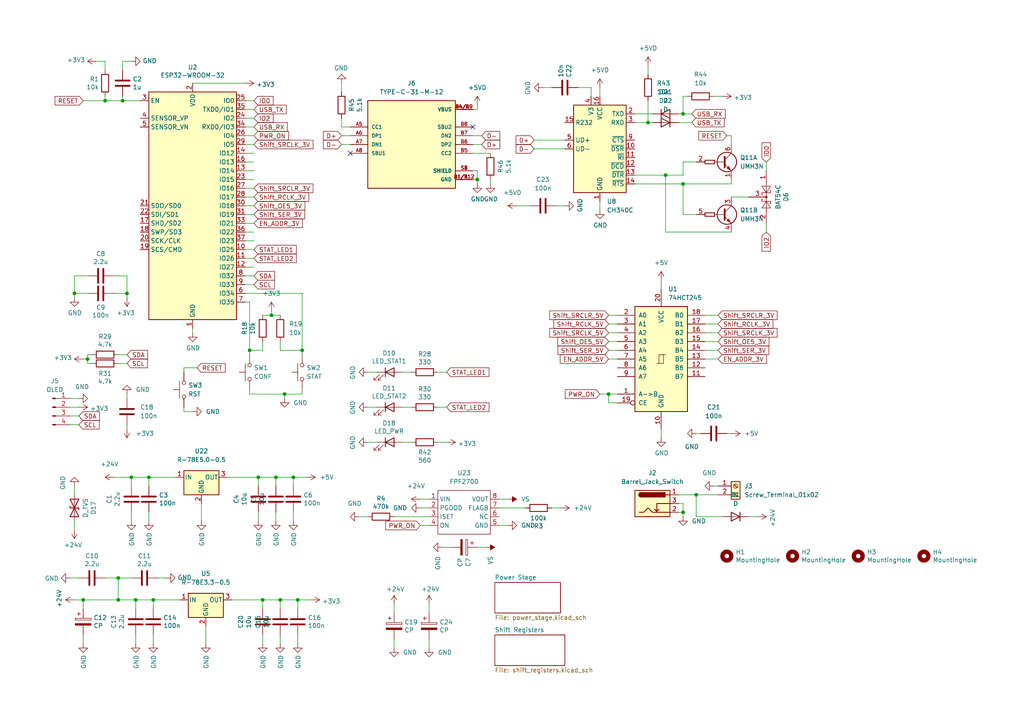
<source format=kicad_sch>
(kicad_sch (version 20211123) (generator eeschema)
  (paper "A4")
  (junction (at 187.96 35.56))
  (junction (at 24.13 173.99))
  (junction (at 34.29 167.64))
  (junction (at 36.83 85.09))
  (junction (at 72.39 101.6))
  (junction (at 198.12 148.59))
  (junction (at 78.74 91.44))
  (junction (at 30.48 29.21))
  (junction (at 43.18 138.43))
  (junction (at 193.04 50.8))
  (junction (at 74.93 138.43))
  (junction (at 39.37 173.99))
  (junction (at 81.28 173.99))
  (junction (at 176.53 114.3))
  (junction (at 198.12 53.34))
  (junction (at 76.2 173.99))
  (junction (at 35.56 29.21))
  (junction (at 87.63 101.6))
  (junction (at 34.29 173.99))
  (junction (at 138.43 52.07))
  (junction (at 44.45 173.99))
  (junction (at 80.01 138.43))
  (junction (at 21.59 85.09))
  (junction (at 86.36 173.99))
  (junction (at 82.55 114.3))
  (junction (at 198.12 33.02))
  (junction (at 85.09 138.43))
  (junction (at 38.1 138.43))
  (junction (at 25.4 104.14))
  (junction (at 201.93 143.51))
  (no_connect (at 101.6 44.45))
  (no_connect (at 137.16 36.83))
  (wire (pts (xy 53.34 119.38) (xy 55.88 119.38)))
  (wire (pts (xy 35.56 29.21) (xy 30.48 29.21)))
  (wire (pts (xy 101.6 36.83) (xy 99.06 36.83)))
  (wire (pts (xy 187.96 19.05) (xy 187.96 21.59)))
  (wire (pts (xy 138.43 31.75) (xy 138.43 30.48)))
  (wire (pts (xy 86.36 173.99) (xy 86.36 176.53)))
  (wire (pts (xy 71.12 57.15) (xy 73.66 57.15)))
  (wire (pts (xy 24.13 176.53) (xy 24.13 173.99)))
  (wire (pts (xy 198.12 27.94) (xy 199.39 27.94)))
  (wire (pts (xy 81.28 176.53) (xy 81.28 173.99)))
  (wire (pts (xy 198.12 146.05) (xy 198.12 148.59)))
  (wire (pts (xy 34.29 173.99) (xy 39.37 173.99)))
  (wire (pts (xy 86.36 173.99) (xy 90.17 173.99)))
  (wire (pts (xy 71.12 62.23) (xy 73.66 62.23)))
  (wire (pts (xy 26.67 105.41) (xy 25.4 105.41)))
  (wire (pts (xy 40.64 29.21) (xy 35.56 29.21)))
  (wire (pts (xy 71.12 59.69) (xy 73.66 59.69)))
  (wire (pts (xy 193.04 50.8) (xy 193.04 67.31)))
  (wire (pts (xy 85.09 138.43) (xy 85.09 140.97)))
  (wire (pts (xy 198.12 53.34) (xy 198.12 62.23)))
  (wire (pts (xy 191.77 81.28) (xy 191.77 83.82)))
  (wire (pts (xy 109.22 128.27) (xy 106.68 128.27)))
  (wire (pts (xy 48.26 167.64) (xy 45.72 167.64)))
  (wire (pts (xy 137.16 41.91) (xy 139.7 41.91)))
  (wire (pts (xy 71.12 24.13) (xy 55.88 24.13)))
  (wire (pts (xy 78.74 90.17) (xy 78.74 91.44)))
  (wire (pts (xy 209.55 149.86) (xy 201.93 149.86)))
  (wire (pts (xy 73.66 64.77) (xy 71.12 64.77)))
  (wire (pts (xy 35.56 20.32) (xy 35.56 17.78)))
  (wire (pts (xy 53.34 106.68) (xy 57.15 106.68)))
  (wire (pts (xy 187.96 29.21) (xy 187.96 35.56)))
  (wire (pts (xy 24.13 104.14) (xy 25.4 104.14)))
  (wire (pts (xy 116.84 107.95) (xy 119.38 107.95)))
  (wire (pts (xy 217.17 57.15) (xy 212.09 57.15)))
  (wire (pts (xy 99.06 39.37) (xy 101.6 39.37)))
  (wire (pts (xy 53.34 118.11) (xy 53.34 119.38)))
  (wire (pts (xy 38.1 138.43) (xy 43.18 138.43)))
  (wire (pts (xy 119.38 128.27) (xy 116.84 128.27)))
  (wire (pts (xy 76.2 186.69) (xy 76.2 184.15)))
  (wire (pts (xy 198.12 46.99) (xy 201.93 46.99)))
  (wire (pts (xy 30.48 167.64) (xy 34.29 167.64)))
  (wire (pts (xy 71.12 74.93) (xy 73.66 74.93)))
  (wire (pts (xy 99.06 34.29) (xy 99.06 36.83)))
  (wire (pts (xy 71.12 29.21) (xy 73.66 29.21)))
  (wire (pts (xy 142.24 52.07) (xy 142.24 53.34)))
  (wire (pts (xy 121.92 147.32) (xy 124.46 147.32)))
  (wire (pts (xy 71.12 34.29) (xy 73.66 34.29)))
  (wire (pts (xy 196.85 143.51) (xy 201.93 143.51)))
  (wire (pts (xy 196.85 33.02) (xy 198.12 33.02)))
  (wire (pts (xy 39.37 173.99) (xy 39.37 176.53)))
  (wire (pts (xy 140.97 158.75) (xy 138.43 158.75)))
  (wire (pts (xy 128.27 158.75) (xy 130.81 158.75)))
  (wire (pts (xy 196.85 148.59) (xy 198.12 148.59)))
  (wire (pts (xy 43.18 140.97) (xy 43.18 138.43)))
  (wire (pts (xy 34.29 167.64) (xy 34.29 173.99)))
  (wire (pts (xy 184.15 50.8) (xy 193.04 50.8)))
  (wire (pts (xy 124.46 177.8) (xy 124.46 175.26)))
  (wire (pts (xy 34.29 167.64) (xy 38.1 167.64)))
  (wire (pts (xy 179.07 91.44) (xy 176.53 91.44)))
  (wire (pts (xy 119.38 118.11) (xy 116.84 118.11)))
  (wire (pts (xy 201.93 143.51) (xy 208.28 143.51)))
  (wire (pts (xy 176.53 116.84) (xy 176.53 114.3)))
  (wire (pts (xy 86.36 186.69) (xy 86.36 184.15)))
  (wire (pts (xy 161.29 59.69) (xy 163.83 59.69)))
  (wire (pts (xy 85.09 151.13) (xy 85.09 148.59)))
  (wire (pts (xy 25.4 85.09) (xy 21.59 85.09)))
  (wire (pts (xy 85.09 138.43) (xy 88.9 138.43)))
  (wire (pts (xy 71.12 49.53) (xy 73.66 49.53)))
  (wire (pts (xy 129.54 107.95) (xy 127 107.95)))
  (wire (pts (xy 196.85 35.56) (xy 200.66 35.56)))
  (wire (pts (xy 20.32 167.64) (xy 22.86 167.64)))
  (wire (pts (xy 73.66 77.47) (xy 71.12 77.47)))
  (wire (pts (xy 198.12 33.02) (xy 200.66 33.02)))
  (wire (pts (xy 210.82 39.37) (xy 212.09 39.37)))
  (wire (pts (xy 55.88 96.52) (xy 55.88 95.25)))
  (wire (pts (xy 124.46 187.96) (xy 124.46 185.42)))
  (wire (pts (xy 71.12 69.85) (xy 73.66 69.85)))
  (wire (pts (xy 76.2 173.99) (xy 81.28 173.99)))
  (wire (pts (xy 212.09 53.34) (xy 212.09 52.07)))
  (wire (pts (xy 87.63 113.03) (xy 87.63 114.3)))
  (wire (pts (xy 160.02 147.32) (xy 162.56 147.32)))
  (wire (pts (xy 196.85 146.05) (xy 198.12 146.05)))
  (wire (pts (xy 20.32 123.19) (xy 22.86 123.19)))
  (wire (pts (xy 25.4 105.41) (xy 25.4 104.14)))
  (wire (pts (xy 30.48 29.21) (xy 24.13 29.21)))
  (wire (pts (xy 184.15 33.02) (xy 189.23 33.02)))
  (wire (pts (xy 109.22 118.11) (xy 106.68 118.11)))
  (wire (pts (xy 38.1 138.43) (xy 38.1 140.97)))
  (wire (pts (xy 34.29 102.87) (xy 36.83 102.87)))
  (wire (pts (xy 179.07 93.98) (xy 176.53 93.98)))
  (wire (pts (xy 21.59 80.01) (xy 25.4 80.01)))
  (wire (pts (xy 191.77 124.46) (xy 191.77 127)))
  (wire (pts (xy 36.83 123.19) (xy 36.83 124.46)))
  (wire (pts (xy 35.56 27.94) (xy 35.56 29.21)))
  (wire (pts (xy 76.2 173.99) (xy 76.2 176.53)))
  (wire (pts (xy 82.55 114.3) (xy 87.63 114.3)))
  (wire (pts (xy 21.59 86.36) (xy 21.59 85.09)))
  (wire (pts (xy 30.48 20.32) (xy 30.48 17.78)))
  (wire (pts (xy 114.3 149.86) (xy 124.46 149.86)))
  (wire (pts (xy 81.28 101.6) (xy 87.63 101.6)))
  (wire (pts (xy 72.39 87.63) (xy 71.12 87.63)))
  (wire (pts (xy 204.47 91.44) (xy 208.28 91.44)))
  (wire (pts (xy 171.45 25.4) (xy 167.64 25.4)))
  (wire (pts (xy 154.94 40.64) (xy 163.83 40.64)))
  (wire (pts (xy 176.53 114.3) (xy 179.07 114.3)))
  (wire (pts (xy 76.2 101.6) (xy 72.39 101.6)))
  (wire (pts (xy 204.47 96.52) (xy 208.28 96.52)))
  (wire (pts (xy 71.12 31.75) (xy 73.66 31.75)))
  (wire (pts (xy 173.99 25.4) (xy 173.99 27.94)))
  (wire (pts (xy 144.78 147.32) (xy 152.4 147.32)))
  (wire (pts (xy 198.12 148.59) (xy 198.12 149.86)))
  (wire (pts (xy 74.93 138.43) (xy 80.01 138.43)))
  (wire (pts (xy 66.04 138.43) (xy 74.93 138.43)))
  (wire (pts (xy 82.55 114.3) (xy 82.55 115.57)))
  (wire (pts (xy 72.39 101.6) (xy 72.39 87.63)))
  (wire (pts (xy 201.93 149.86) (xy 201.93 143.51)))
  (wire (pts (xy 25.4 102.87) (xy 26.67 102.87)))
  (wire (pts (xy 33.02 80.01) (xy 36.83 80.01)))
  (wire (pts (xy 171.45 27.94) (xy 171.45 25.4)))
  (wire (pts (xy 201.93 125.73) (xy 203.2 125.73)))
  (wire (pts (xy 106.68 107.95) (xy 109.22 107.95)))
  (wire (pts (xy 207.01 140.97) (xy 208.28 140.97)))
  (wire (pts (xy 33.02 85.09) (xy 36.83 85.09)))
  (wire (pts (xy 198.12 50.8) (xy 198.12 46.99)))
  (wire (pts (xy 71.12 54.61) (xy 73.66 54.61)))
  (wire (pts (xy 35.56 17.78) (xy 38.1 17.78)))
  (wire (pts (xy 137.16 39.37) (xy 139.7 39.37)))
  (wire (pts (xy 72.39 114.3) (xy 82.55 114.3)))
  (wire (pts (xy 76.2 91.44) (xy 78.74 91.44)))
  (wire (pts (xy 198.12 53.34) (xy 212.09 53.34)))
  (wire (pts (xy 138.43 52.07) (xy 138.43 49.53)))
  (wire (pts (xy 204.47 101.6) (xy 208.28 101.6)))
  (wire (pts (xy 87.63 101.6) (xy 87.63 102.87)))
  (wire (pts (xy 138.43 53.34) (xy 138.43 52.07)))
  (wire (pts (xy 21.59 151.13) (xy 21.59 153.67)))
  (wire (pts (xy 71.12 36.83) (xy 73.66 36.83)))
  (wire (pts (xy 34.29 105.41) (xy 36.83 105.41)))
  (wire (pts (xy 39.37 186.69) (xy 39.37 184.15)))
  (wire (pts (xy 80.01 140.97) (xy 80.01 138.43)))
  (wire (pts (xy 30.48 17.78) (xy 27.94 17.78)))
  (wire (pts (xy 138.43 49.53) (xy 137.16 49.53)))
  (wire (pts (xy 78.74 91.44) (xy 81.28 91.44)))
  (wire (pts (xy 204.47 104.14) (xy 208.28 104.14)))
  (wire (pts (xy 187.96 35.56) (xy 189.23 35.56)))
  (wire (pts (xy 104.14 149.86) (xy 106.68 149.86)))
  (wire (pts (xy 157.48 25.4) (xy 160.02 25.4)))
  (wire (pts (xy 114.3 187.96) (xy 114.3 185.42)))
  (wire (pts (xy 30.48 27.94) (xy 30.48 29.21)))
  (wire (pts (xy 74.93 151.13) (xy 74.93 148.59)))
  (wire (pts (xy 74.93 138.43) (xy 74.93 140.97)))
  (wire (pts (xy 21.59 140.97) (xy 21.59 143.51)))
  (wire (pts (xy 99.06 41.91) (xy 101.6 41.91)))
  (wire (pts (xy 207.01 27.94) (xy 209.55 27.94)))
  (wire (pts (xy 73.66 72.39) (xy 71.12 72.39)))
  (wire (pts (xy 44.45 186.69) (xy 44.45 184.15)))
  (wire (pts (xy 179.07 104.14) (xy 176.53 104.14)))
  (wire (pts (xy 137.16 31.75) (xy 138.43 31.75)))
  (wire (pts (xy 71.12 80.01) (xy 73.66 80.01)))
  (wire (pts (xy 222.25 64.77) (xy 222.25 67.31)))
  (wire (pts (xy 212.09 39.37) (xy 212.09 41.91)))
  (wire (pts (xy 25.4 104.14) (xy 25.4 102.87)))
  (wire (pts (xy 36.83 85.09) (xy 36.83 86.36)))
  (wire (pts (xy 33.02 138.43) (xy 38.1 138.43)))
  (wire (pts (xy 81.28 99.06) (xy 81.28 101.6)))
  (wire (pts (xy 36.83 114.3) (xy 36.83 115.57)))
  (wire (pts (xy 210.82 125.73) (xy 212.09 125.73)))
  (wire (pts (xy 154.94 43.18) (xy 163.83 43.18)))
  (wire (pts (xy 81.28 186.69) (xy 81.28 184.15)))
  (wire (pts (xy 144.78 152.4) (xy 147.32 152.4)))
  (wire (pts (xy 80.01 138.43) (xy 85.09 138.43)))
  (wire (pts (xy 73.66 46.99) (xy 71.12 46.99)))
  (wire (pts (xy 179.07 99.06) (xy 176.53 99.06)))
  (wire (pts (xy 71.12 85.09) (xy 87.63 85.09)))
  (wire (pts (xy 193.04 50.8) (xy 198.12 50.8)))
  (wire (pts (xy 173.99 58.42) (xy 173.99 60.96)))
  (wire (pts (xy 179.07 101.6) (xy 176.53 101.6)))
  (wire (pts (xy 21.59 173.99) (xy 24.13 173.99)))
  (wire (pts (xy 36.83 80.01) (xy 36.83 85.09)))
  (wire (pts (xy 129.54 128.27) (xy 127 128.27)))
  (wire (pts (xy 58.42 151.13) (xy 58.42 146.05)))
  (wire (pts (xy 72.39 102.87) (xy 72.39 101.6)))
  (wire (pts (xy 71.12 82.55) (xy 73.66 82.55)))
  (wire (pts (xy 24.13 173.99) (xy 34.29 173.99)))
  (wire (pts (xy 204.47 99.06) (xy 208.28 99.06)))
  (wire (pts (xy 99.06 24.13) (xy 99.06 26.67)))
  (wire (pts (xy 114.3 177.8) (xy 114.3 175.26)))
  (wire (pts (xy 67.31 173.99) (xy 76.2 173.99)))
  (wire (pts (xy 198.12 62.23) (xy 201.93 62.23)))
  (wire (pts (xy 59.69 186.69) (xy 59.69 181.61)))
  (wire (pts (xy 43.18 138.43) (xy 50.8 138.43)))
  (wire (pts (xy 173.99 114.3) (xy 176.53 114.3)))
  (wire (pts (xy 137.16 44.45) (xy 142.24 44.45)))
  (wire (pts (xy 179.07 96.52) (xy 176.53 96.52)))
  (wire (pts (xy 73.66 52.07) (xy 71.12 52.07)))
  (wire (pts (xy 121.92 144.78) (xy 124.46 144.78)))
  (wire (pts (xy 198.12 33.02) (xy 198.12 27.94)))
  (wire (pts (xy 184.15 53.34) (xy 198.12 53.34)))
  (wire (pts (xy 179.07 116.84) (xy 176.53 116.84)))
  (wire (pts (xy 222.25 49.53) (xy 222.25 46.99)))
  (wire (pts (xy 24.13 186.69) (xy 24.13 184.15)))
  (wire (pts (xy 76.2 99.06) (xy 76.2 101.6)))
  (wire (pts (xy 149.86 59.69) (xy 153.67 59.69)))
  (wire (pts (xy 44.45 173.99) (xy 52.07 173.99)))
  (wire (pts (xy 71.12 41.91) (xy 73.66 41.91)))
  (wire (pts (xy 21.59 85.09) (xy 21.59 80.01)))
  (wire (pts (xy 44.45 176.53) (xy 44.45 173.99)))
  (wire (pts (xy 80.01 151.13) (xy 80.01 148.59)))
  (wire (pts (xy 184.15 35.56) (xy 187.96 35.56)))
  (wire (pts (xy 20.32 115.57) (xy 22.86 115.57)))
  (wire (pts (xy 81.28 173.99) (xy 86.36 173.99)))
  (wire (pts (xy 193.04 67.31) (xy 212.09 67.31)))
  (wire (pts (xy 73.66 39.37) (xy 71.12 39.37)))
  (wire (pts (xy 20.32 120.65) (xy 22.86 120.65)))
  (wire (pts (xy 87.63 85.09) (xy 87.63 101.6)))
  (wire (pts (xy 39.37 173.99) (xy 44.45 173.99)))
  (wire (pts (xy 53.34 106.68) (xy 53.34 107.95)))
  (wire (pts (xy 71.12 67.31) (xy 73.66 67.31)))
  (wire (pts (xy 72.39 113.03) (xy 72.39 114.3)))
  (wire (pts (xy 137.16 52.07) (xy 138.43 52.07)))
  (wire (pts (xy 204.47 93.98) (xy 208.28 93.98)))
  (wire (pts (xy 38.1 151.13) (xy 38.1 148.59)))
  (wire (pts (xy 129.54 118.11) (xy 127 118.11)))
  (wire (pts (xy 43.18 151.13) (xy 43.18 148.59)))
  (wire (pts (xy 121.92 152.4) (xy 124.46 152.4)))
  (wire (pts (xy 73.66 44.45) (xy 71.12 44.45)))
  (wire (pts (xy 144.78 144.78) (xy 147.32 144.78)))
  (wire (pts (xy 20.32 118.11) (xy 22.86 118.11)))
  (wire (pts (xy 217.17 149.86) (xy 219.71 149.86)))
  (global_label "SDA" (shape input) (at 73.66 80.01 0) (property "Intersheet References" "${INTERSHEET_REFS}" (effects hide)))
  (global_label "D-" (shape input) (at 99.06 41.91 180) (property "Intersheet References" "${INTERSHEET_REFS}" (effects hide)))
  (global_label "EN_ADDR_3V" (shape input) (at 208.28 104.14 0) (property "Intersheet References" "${INTERSHEET_REFS}" (effects hide)))
  (global_label "D+" (shape input) (at 99.06 39.37 180) (property "Intersheet References" "${INTERSHEET_REFS}" (effects hide)))
  (global_label "Shift_RCLK_3V" (shape input) (at 208.28 93.98 0) (property "Intersheet References" "${INTERSHEET_REFS}" (effects hide)))
  (global_label "RESET" (shape input) (at 24.13 29.21 180) (property "Intersheet References" "${INTERSHEET_REFS}" (effects hide)))
  (global_label "EN_ADDR_3V" (shape input) (at 73.66 64.77 0) (property "Intersheet References" "${INTERSHEET_REFS}" (effects hide)))
  (global_label "STAT_LED1" (shape input) (at 73.66 72.39 0) (property "Intersheet References" "${INTERSHEET_REFS}" (effects hide)))
  (global_label "Shift_SER_3V" (shape input) (at 208.28 101.6 0) (property "Intersheet References" "${INTERSHEET_REFS}" (effects hide)))
  (global_label "IO0" (shape input) (at 73.66 29.21 0) (property "Intersheet References" "${INTERSHEET_REFS}" (effects hide)))
  (global_label "USB_TX" (shape input) (at 73.66 31.75 0) (property "Intersheet References" "${INTERSHEET_REFS}" (effects hide)))
  (global_label "USB_RX" (shape input) (at 73.66 36.83 0) (property "Intersheet References" "${INTERSHEET_REFS}" (effects hide)))
  (global_label "Shift_SER_3V" (shape input) (at 73.66 62.23 0) (property "Intersheet References" "${INTERSHEET_REFS}" (effects hide)))
  (global_label "SCL" (shape input) (at 36.83 105.41 0) (property "Intersheet References" "${INTERSHEET_REFS}" (effects hide)))
  (global_label "D+" (shape input) (at 154.94 40.64 180) (property "Intersheet References" "${INTERSHEET_REFS}" (effects hide)))
  (global_label "Shift_SRCLR_5V" (shape input) (at 176.53 91.44 180) (property "Intersheet References" "${INTERSHEET_REFS}" (effects hide)))
  (global_label "IO2" (shape input) (at 222.25 67.31 270) (property "Intersheet References" "${INTERSHEET_REFS}" (effects hide)))
  (global_label "SCL" (shape input) (at 22.86 123.19 0) (property "Intersheet References" "${INTERSHEET_REFS}" (effects hide)))
  (global_label "Shift_SER_5V" (shape input) (at 176.53 101.6 180) (property "Intersheet References" "${INTERSHEET_REFS}" (effects hide)))
  (global_label "D+" (shape input) (at 139.7 41.91 0) (property "Intersheet References" "${INTERSHEET_REFS}" (effects hide)))
  (global_label "USB_RX" (shape input) (at 200.66 33.02 0) (property "Intersheet References" "${INTERSHEET_REFS}" (effects hide)))
  (global_label "STAT_LED1" (shape input) (at 129.54 107.95 0) (property "Intersheet References" "${INTERSHEET_REFS}" (effects hide)))
  (global_label "STAT_LED2" (shape input) (at 73.66 74.93 0) (property "Intersheet References" "${INTERSHEET_REFS}" (effects hide)))
  (global_label "PWR_ON" (shape input) (at 173.99 114.3 180) (property "Intersheet References" "${INTERSHEET_REFS}" (effects hide)))
  (global_label "Shift_OE5_5V" (shape input) (at 176.53 99.06 180) (property "Intersheet References" "${INTERSHEET_REFS}" (effects hide)))
  (global_label "IO0" (shape input) (at 222.25 46.99 90) (property "Intersheet References" "${INTERSHEET_REFS}" (effects hide)))
  (global_label "Shift_OE5_3V" (shape input) (at 208.28 99.06 0) (property "Intersheet References" "${INTERSHEET_REFS}" (effects hide)))
  (global_label "Shift_SRCLK_3V" (shape input) (at 73.66 41.91 0) (property "Intersheet References" "${INTERSHEET_REFS}" (effects hide)))
  (global_label "RESET" (shape input) (at 57.15 106.68 0) (property "Intersheet References" "${INTERSHEET_REFS}" (effects hide)))
  (global_label "Shift_RCLK_3V" (shape input) (at 73.66 57.15 0) (property "Intersheet References" "${INTERSHEET_REFS}" (effects hide)))
  (global_label "D-" (shape input) (at 154.94 43.18 180) (property "Intersheet References" "${INTERSHEET_REFS}" (effects hide)))
  (global_label "STAT_LED2" (shape input) (at 129.54 118.11 0) (property "Intersheet References" "${INTERSHEET_REFS}" (effects hide)))
  (global_label "SDA" (shape input) (at 22.86 120.65 0) (property "Intersheet References" "${INTERSHEET_REFS}" (effects hide)))
  (global_label "SDA" (shape input) (at 36.83 102.87 0) (property "Intersheet References" "${INTERSHEET_REFS}" (effects hide)))
  (global_label "SCL" (shape input) (at 73.66 82.55 0) (property "Intersheet References" "${INTERSHEET_REFS}" (effects hide)))
  (global_label "PWR_ON" (shape input) (at 121.92 152.4 180) (property "Intersheet References" "${INTERSHEET_REFS}" (effects hide)))
  (global_label "Shift_SRCLR_3V" (shape input) (at 208.28 91.44 0) (property "Intersheet References" "${INTERSHEET_REFS}" (effects hide)))
  (global_label "Shift_OE5_3V" (shape input) (at 73.66 59.69 0) (property "Intersheet References" "${INTERSHEET_REFS}" (effects hide)))
  (global_label "Shift_SRCLK_5V" (shape input) (at 176.53 96.52 180) (property "Intersheet References" "${INTERSHEET_REFS}" (effects hide)))
  (global_label "Shift_RCLK_5V" (shape input) (at 176.53 93.98 180) (property "Intersheet References" "${INTERSHEET_REFS}" (effects hide)))
  (global_label "PWR_ON" (shape input) (at 73.66 39.37 0) (property "Intersheet References" "${INTERSHEET_REFS}" (effects hide)))
  (global_label "EN_ADDR_5V" (shape input) (at 176.53 104.14 180) (property "Intersheet References" "${INTERSHEET_REFS}" (effects hide)))
  (global_label "D-" (shape input) (at 139.7 39.37 0) (property "Intersheet References" "${INTERSHEET_REFS}" (effects hide)))
  (global_label "Shift_SRCLK_3V" (shape input) (at 208.28 96.52 0) (property "Intersheet References" "${INTERSHEET_REFS}" (effects hide)))
  (global_label "IO2" (shape input) (at 73.66 34.29 0) (property "Intersheet References" "${INTERSHEET_REFS}" (effects hide)))
  (global_label "USB_TX" (shape input) (at 200.66 35.56 0) (property "Intersheet References" "${INTERSHEET_REFS}" (effects hide)))
  (global_label "RESET" (shape input) (at 210.82 39.37 180) (property "Intersheet References" "${INTERSHEET_REFS}" (effects hide)))
  (global_label "Shift_SRCLR_3V" (shape input) (at 73.66 54.61 0) (property "Intersheet References" "${INTERSHEET_REFS}" (effects hide)))
  (symbol (lib_id "rs232-microsd-wifi-v1.01-rescue:+3.3V-power") (at 71.12 24.13 270) (unit 1)
    (property "Reference" "#PWR05" (effects hide))
    (property "Value" "+3.3V" (at 74.3712 24.511 90) (effects (justify left)))
  )
  (symbol (lib_id "power:GND") (at 55.88 96.52 0) (unit 1)
    (property "Reference" "#PWR034" (effects hide))
    (property "Value" "GND" (at 56.007 100.9142 0))
  )
  (symbol (lib_id "Device:C") (at 29.21 80.01 270) (unit 1)
    (property "Reference" "C8" (at 29.21 73.6092 90))
    (property "Value" "2.2u" (at 29.21 75.9206 90))
    (property "Footprint" "Capacitor_SMD:C_0603_1608Metric" (effects hide))
    (property "LCSC" "C23630" (effects hide))
  )
  (symbol (lib_id "Device:C") (at 29.21 85.09 270) (unit 1)
    (property "Reference" "C9" (at 29.21 89.154 90))
    (property "Value" "100n" (at 29.21 91.4654 90))
    (property "Footprint" "Capacitor_SMD:C_0603_1608Metric" (effects hide))
    (property "LCSC" "C14663" (effects hide))
  )
  (symbol (lib_id "power:GND") (at 21.59 86.36 0) (unit 1)
    (property "Reference" "#PWR023" (effects hide))
    (property "Value" "GND" (at 21.717 90.7542 0))
  )
  (symbol (lib_id "rs232-microsd-wifi-v1.01-rescue:+3.3V-power") (at 36.83 86.36 180) (unit 1)
    (property "Reference" "#PWR024" (effects hide))
    (property "Value" "+3.3V" (at 36.449 90.7542 0))
  )
  (symbol (lib_id "Device:R") (at 30.48 24.13 0) (unit 1)
    (property "Reference" "R1" (at 28.702 22.9616 0) (effects (justify right)))
    (property "Value" "10k" (at 28.702 25.273 0) (effects (justify right)))
    (property "Footprint" "Resistor_SMD:R_0603_1608Metric" (effects hide))
    (property "LCSC" "C25804" (effects hide))
  )
  (symbol (lib_id "Device:C") (at 35.56 24.13 180) (unit 1)
    (property "Reference" "C2" (at 38.481 22.9616 0) (effects (justify right)))
    (property "Value" "1u" (at 38.481 25.273 0) (effects (justify right)))
    (property "Footprint" "Capacitor_SMD:C_0603_1608Metric" (effects hide))
    (property "LCSC" "C15849" (effects hide))
  )
  (symbol (lib_id "rs232-microsd-wifi-v1.01-rescue:+3.3V-power") (at 27.94 17.78 90) (unit 1)
    (property "Reference" "#PWR01" (effects hide))
    (property "Value" "+3.3V" (at 24.6888 17.399 90) (effects (justify left)))
  )
  (symbol (lib_id "power:GND") (at 38.1 17.78 90) (unit 1)
    (property "Reference" "#PWR02" (effects hide))
    (property "Value" "GND" (at 41.3512 17.653 90) (effects (justify right)))
  )
  (symbol (lib_id "RF_Module:ESP32-WROOM-32") (at 55.88 59.69 0) (unit 1)
    (property "Reference" "U2" (at 55.88 19.5326 0))
    (property "Value" "ESP32-WROOM-32" (at 55.88 21.844 0))
    (property "Footprint" "RF_Module:ESP32-WROOM-32U" (effects hide))
    (property "Datasheet" "https://www.espressif.com/sites/default/files/documentation/esp32-wroom-32_datasheet_en.pdf" (effects hide))
    (property "LCSC" "C529579" (effects hide))
  )
  (symbol (lib_id "Diode:BAT54C") (at 222.25 57.15 270) (unit 1)
    (property "Reference" "D6" (at 227.965 57.15 0))
    (property "Value" "BAT54C" (at 225.6536 57.15 0))
    (property "Footprint" "Package_TO_SOT_SMD:SOT-23" (effects hide))
    (property "Datasheet" "http://www.diodes.com/_files/datasheets/ds11005.pdf" (effects hide))
    (property "LCSC" "C37704" (effects hide))
  )
  (symbol (lib_id "Device:R") (at 30.48 102.87 270) (unit 1)
    (property "Reference" "R29" (at 30.48 97.6122 90))
    (property "Value" "4.7k" (at 30.48 99.9236 90))
    (property "Footprint" "Resistor_SMD:R_0603_1608Metric" (effects hide))
    (property "LCSC" "C23162" (effects hide))
  )
  (symbol (lib_id "Device:R") (at 30.48 105.41 90) (unit 1)
    (property "Reference" "R31" (at 30.48 108.331 90))
    (property "Value" "4.7k" (at 30.48 110.6424 90))
    (property "Footprint" "Resistor_SMD:R_0603_1608Metric" (effects hide))
    (property "LCSC" "C23162" (effects hide))
  )
  (symbol (lib_id "rs232-microsd-wifi-v1.01-rescue:+3.3V-power") (at 24.13 104.14 90) (unit 1)
    (property "Reference" "#PWR049" (effects hide))
    (property "Value" "+3.3V" (at 20.8788 103.759 90) (effects (justify left)))
  )
  (symbol (lib_id "Device:C") (at 39.37 180.34 0) (unit 1)
    (property "Reference" "C13" (at 32.9692 180.34 90))
    (property "Value" "2.2u" (at 35.2806 180.34 90))
    (property "Footprint" "Capacitor_SMD:C_0805_2012Metric" (effects hide))
    (property "LCSC" "C49217" (effects hide))
  )
  (symbol (lib_id "Device:C") (at 44.45 180.34 0) (unit 1)
    (property "Reference" "C14" (at 47.371 179.1716 0) (effects (justify left)))
    (property "Value" "100n" (at 47.371 181.483 0) (effects (justify left)))
    (property "Footprint" "Capacitor_SMD:C_0805_2012Metric" (effects hide))
    (property "LCSC" "C49678" (effects hide))
  )
  (symbol (lib_id "Device:C") (at 81.28 180.34 0) (unit 1)
    (property "Reference" "C15" (at 74.8792 180.34 90))
    (property "Value" "10u" (at 77.1906 180.34 90))
    (property "Footprint" "Capacitor_SMD:C_0805_2012Metric" (effects hide))
    (property "LCSC" "C440198" (effects hide))
  )
  (symbol (lib_id "Device:C") (at 86.36 180.34 0) (unit 1)
    (property "Reference" "C16" (at 89.281 179.1716 0) (effects (justify left)))
    (property "Value" "100n" (at 89.281 181.483 0) (effects (justify left)))
    (property "Footprint" "Capacitor_SMD:C_0603_1608Metric" (effects hide))
    (property "LCSC" "C14663" (effects hide))
  )
  (symbol (lib_id "power:GND") (at 39.37 186.69 0) (unit 1)
    (property "Reference" "#PWR074" (effects hide))
    (property "Value" "GND" (at 39.497 189.9412 90) (effects (justify right)))
  )
  (symbol (lib_id "power:GND") (at 44.45 186.69 0) (unit 1)
    (property "Reference" "#PWR075" (effects hide))
    (property "Value" "GND" (at 44.577 189.9412 90) (effects (justify right)))
  )
  (symbol (lib_id "power:GND") (at 59.69 186.69 0) (unit 1)
    (property "Reference" "#PWR076" (effects hide))
    (property "Value" "GND" (at 59.817 189.9412 90) (effects (justify right)))
  )
  (symbol (lib_id "power:GND") (at 81.28 186.69 0) (unit 1)
    (property "Reference" "#PWR077" (effects hide))
    (property "Value" "GND" (at 81.407 189.9412 90) (effects (justify right)))
  )
  (symbol (lib_id "power:GND") (at 86.36 186.69 0) (unit 1)
    (property "Reference" "#PWR078" (effects hide))
    (property "Value" "GND" (at 86.487 189.9412 90) (effects (justify right)))
  )
  (symbol (lib_id "rs232-microsd-wifi-v1.01-rescue:+3.3V-power") (at 90.17 173.99 270) (unit 1)
    (property "Reference" "#PWR069" (effects hide))
    (property "Value" "+3.3V" (at 93.4212 174.371 90) (effects (justify left)))
  )
  (symbol (lib_id "Mechanical:MountingHole") (at 210.82 161.29 0) (unit 1)
    (property "Reference" "H1" (at 213.36 160.1216 0) (effects (justify left)))
    (property "Value" "MountingHole" (at 213.36 162.433 0) (effects (justify left)))
    (property "Footprint" "MountingHole:MountingHole_2.7mm_M2.5" (effects hide))
  )
  (symbol (lib_id "power:GND") (at 106.68 128.27 270) (unit 1)
    (property "Reference" "#PWR061" (effects hide))
    (property "Value" "GND" (at 102.2858 128.397 0))
  )
  (symbol (lib_id "Device:R") (at 123.19 128.27 90) (unit 1)
    (property "Reference" "R42" (at 123.19 131.191 90))
    (property "Value" "560" (at 123.19 133.5024 90))
    (property "Footprint" "Resistor_SMD:R_0603_1608Metric" (effects hide))
    (property "LCSC" "C23204" (effects hide))
  )
  (symbol (lib_id "Mechanical:MountingHole") (at 267.97 161.29 0) (unit 1)
    (property "Reference" "H4" (at 270.51 160.1216 0) (effects (justify left)))
    (property "Value" "MountingHole" (at 270.51 162.433 0) (effects (justify left)))
    (property "Footprint" "MountingHole:MountingHole_2.7mm_M2.5" (effects hide))
  )
  (symbol (lib_id "Mechanical:MountingHole") (at 248.92 161.29 0) (unit 1)
    (property "Reference" "H3" (at 251.46 160.1216 0) (effects (justify left)))
    (property "Value" "MountingHole" (at 251.46 162.433 0) (effects (justify left)))
    (property "Footprint" "MountingHole:MountingHole_2.7mm_M2.5" (effects hide))
  )
  (symbol (lib_id "Mechanical:MountingHole") (at 229.87 161.29 0) (unit 1)
    (property "Reference" "H2" (at 232.41 160.1216 0) (effects (justify left)))
    (property "Value" "MountingHole" (at 232.41 162.433 0) (effects (justify left)))
    (property "Footprint" "MountingHole:MountingHole_2.7mm_M2.5" (effects hide))
  )
  (symbol (lib_id "power:+24V") (at 21.59 173.99 90) (unit 1)
    (property "Reference" "#PWR068" (effects hide))
    (property "Value" "+24V" (at 17.1958 173.609 0))
  )
  (symbol (lib_id "rs232-microsd-wifi-v1.01-rescue:CP-Device") (at 24.13 180.34 0) (unit 1)
    (property "Reference" "C12" (at 27.1272 179.1716 0) (effects (justify left)))
    (property "Value" "CP" (at 27.1272 181.483 0) (effects (justify left)))
    (property "Footprint" "Capacitor_SMD:C_Elec_6.3x7.7" (effects hide))
    (property "LCSC" "C176683" (effects hide))
  )
  (symbol (lib_id "power:GND") (at 24.13 186.69 0) (unit 1)
    (property "Reference" "#PWR073" (effects hide))
    (property "Value" "GND" (at 24.257 189.9412 90) (effects (justify right)))
  )
  (symbol (lib_id "Device:D_TVS") (at 21.59 147.32 270) (unit 1)
    (property "Reference" "D17" (at 27.1018 147.32 0))
    (property "Value" "D_TVS" (at 24.7904 147.32 0))
    (property "Footprint" "Diode_SMD:D_SMA" (effects hide))
    (property "LCSC" "C152118" (effects hide))
  )
  (symbol (lib_id "power:+24V") (at 21.59 153.67 180) (unit 1)
    (property "Reference" "#PWR060" (effects hide))
    (property "Value" "+24V" (at 21.209 158.0642 0))
  )
  (symbol (lib_id "power:GND") (at 21.59 140.97 180) (unit 1)
    (property "Reference" "#PWR059" (effects hide))
    (property "Value" "GND" (at 18.2118 140.0302 90))
  )
  (symbol (lib_id "Device:LED") (at 113.03 128.27 0) (unit 1)
    (property "Reference" "D18" (at 112.8522 122.7582 0))
    (property "Value" "LED_PWR" (at 112.8522 125.0696 0))
    (property "Footprint" "LED_SMD:LED_0603_1608Metric" (effects hide))
    (property "LCSC" "C2286" (effects hide))
  )
  (symbol (lib_id "Device:C") (at 26.67 167.64 270) (unit 1)
    (property "Reference" "C10" (at 26.67 161.2392 90))
    (property "Value" "2.2u" (at 26.67 163.5506 90))
    (property "Footprint" "Capacitor_SMD:C_0805_2012Metric" (effects hide))
    (property "LCSC" "C49217" (effects hide))
  )
  (symbol (lib_id "power:GND") (at 20.32 167.64 270) (unit 1)
    (property "Reference" "#PWR063" (effects hide))
    (property "Value" "GND" (at 17.0688 167.767 90) (effects (justify right)))
  )
  (symbol (lib_id "Device:C") (at 41.91 167.64 90) (unit 1)
    (property "Reference" "C11" (at 41.91 161.2392 90))
    (property "Value" "2.2u" (at 41.91 163.5506 90))
    (property "Footprint" "Capacitor_SMD:C_0805_2012Metric" (effects hide))
    (property "LCSC" "C49217" (effects hide))
  )
  (symbol (lib_id "power:GND") (at 48.26 167.64 90) (unit 1)
    (property "Reference" "#PWR064" (effects hide))
    (property "Value" "GND" (at 51.5112 167.513 90) (effects (justify right)))
  )
  (symbol (lib_id "power:GND") (at 207.01 140.97 270) (unit 1)
    (property "Reference" "#PWR0126" (effects hide))
    (property "Value" "GND" (at 205.74 137.16 90))
  )
  (symbol (lib_id "power:GND") (at 128.27 158.75 270) (unit 1)
    (property "Reference" "#PWR0105" (effects hide))
    (property "Value" "GND" (at 127.0001 161.29 0) (effects (justify left)))
  )
  (symbol (lib_id "power:+5VD") (at 138.43 30.48 0) (unit 1)
    (property "Reference" "#PWR06" (effects hide))
    (property "Value" "+5VD" (at 138.43 25.4 0))
  )
  (symbol (lib_id "power:VS") (at 147.32 144.78 270) (unit 1)
    (property "Reference" "#PWR065" (effects hide))
    (property "Value" "VS" (at 151.13 144.7799 90) (effects (justify left)))
  )
  (symbol (lib_id "power:+24V") (at 219.71 149.86 270) (unit 1)
    (property "Reference" "#PWR070" (effects hide))
    (property "Value" "+24V" (at 224.1042 150.241 0))
  )
  (symbol (lib_id "Device:R") (at 142.24 48.26 180) (unit 1)
    (property "Reference" "R46" (at 145.161 48.26 90))
    (property "Value" "5.1k" (at 147.4724 48.26 90))
    (property "Footprint" "Resistor_SMD:R_0603_1608Metric" (effects hide))
    (property "LCSC" "C23186" (effects hide))
  )
  (symbol (lib_id "Device:C") (at 163.83 25.4 270) (unit 1)
    (property "Reference" "C22" (at 164.9984 22.479 0) (effects (justify right)))
    (property "Value" "10n" (at 162.687 22.479 0) (effects (justify right)))
    (property "Footprint" "Capacitor_SMD:C_0603_1608Metric" (effects hide))
    (property "LCSC" "C57112" (effects hide))
  )
  (symbol (lib_id "power:+5V") (at 191.77 81.28 0) (unit 1)
    (property "Reference" "#PWR08" (effects hide))
    (property "Value" "+5V" (at 191.77 76.2 0))
  )
  (symbol (lib_id "Device:C") (at 80.01 144.78 0) (unit 1)
    (property "Reference" "C5" (at 73.6092 144.78 90))
    (property "Value" "10u" (at 75.9206 144.78 90))
    (property "Footprint" "Capacitor_SMD:C_0805_2012Metric" (effects hide))
    (property "LCSC" "C440198" (effects hide))
  )
  (symbol (lib_id "power:GND") (at 201.93 125.73 270) (unit 1)
    (property "Reference" "#PWR067" (effects hide))
    (property "Value" "GND" (at 200.66 129.54 90))
  )
  (symbol (lib_id "power:+5VD") (at 187.96 19.05 0) (unit 1)
    (property "Reference" "#PWR03" (effects hide))
    (property "Value" "+5VD" (at 187.96 13.97 0))
  )
  (symbol (lib_id "Device:C") (at 157.48 59.69 270) (unit 1)
    (property "Reference" "C23" (at 157.48 52.07 90))
    (property "Value" "100n" (at 157.48 54.61 90))
    (property "Footprint" "Capacitor_SMD:C_0603_1608Metric" (effects hide))
    (property "LCSC" "C14663" (effects hide))
  )
  (symbol (lib_id "power:GND") (at 138.43 53.34 0) (unit 1)
    (property "Reference" "#PWR097" (effects hide))
    (property "Value" "GND" (at 138.557 57.7342 0))
  )
  (symbol (lib_id "rs232-microsd-wifi-v1.01-rescue:+3.3V-power") (at 22.86 118.11 270) (unit 1)
    (property "Reference" "#PWR0102" (effects hide))
    (property "Value" "+3.3V" (at 26.1112 118.491 90) (effects (justify left)))
  )
  (symbol (lib_id "Device:C") (at 74.93 144.78 0) (unit 1)
    (property "Reference" "C4" (at 68.5292 144.78 90))
    (property "Value" "10u" (at 70.8406 144.78 90))
    (property "Footprint" "Capacitor_SMD:C_0805_2012Metric" (effects hide))
    (property "LCSC" "C440198" (effects hide))
  )
  (symbol (lib_id "power:GND") (at 124.46 187.96 0) (unit 1)
    (property "Reference" "#PWR0110" (effects hide))
    (property "Value" "GND" (at 127 189.2299 0) (effects (justify left)))
  )
  (symbol (lib_id "Device:R") (at 76.2 95.25 0) (unit 1)
    (property "Reference" "R18" (at 70.9422 95.25 90))
    (property "Value" "10k" (at 73.2536 95.25 90))
    (property "Footprint" "Resistor_SMD:R_0603_1608Metric" (effects hide))
    (property "LCSC" "C25804" (effects hide))
  )
  (symbol (lib_id "power:+24V") (at 114.3 175.26 0) (unit 1)
    (property "Reference" "#PWR0107" (effects hide))
    (property "Value" "+24V" (at 114.681 170.8658 0))
  )
  (symbol (lib_id "power:+5V") (at 88.9 138.43 270) (unit 1)
    (property "Reference" "#PWR057" (effects hide))
    (property "Value" "+5V" (at 92.71 138.4299 90) (effects (justify left)))
  )
  (symbol (lib_id "Device:C") (at 38.1 144.78 0) (unit 1)
    (property "Reference" "C1" (at 31.6992 144.78 90))
    (property "Value" "2.2u" (at 34.0106 144.78 90))
    (property "Footprint" "Capacitor_SMD:C_0805_2012Metric" (effects hide))
    (property "LCSC" "C49217" (effects hide))
  )
  (symbol (lib_id "power:GND") (at 22.86 115.57 90) (unit 1)
    (property "Reference" "#PWR0103" (effects hide))
    (property "Value" "GND" (at 23.7998 112.1918 90))
  )
  (symbol (lib_id "power:GND") (at 191.77 127 0) (unit 1)
    (property "Reference" "#PWR09" (effects hide))
    (property "Value" "GND" (at 191.897 131.3942 0))
  )
  (symbol (lib_id "power:GND") (at 106.68 107.95 270) (unit 1)
    (property "Reference" "#PWR045" (effects hide))
    (property "Value" "GND" (at 102.2858 108.077 0))
  )
  (symbol (lib_id "power:VS") (at 140.97 158.75 270) (unit 1)
    (property "Reference" "#PWR0106" (effects hide))
    (property "Value" "VS" (at 142.2401 161.29 0) (effects (justify left)))
  )
  (symbol (lib_id "power:GND") (at 114.3 187.96 0) (unit 1)
    (property "Reference" "#PWR0109" (effects hide))
    (property "Value" "GND" (at 116.84 189.2299 0) (effects (justify left)))
  )
  (symbol (lib_id "Connector:Conn_01x04_Male") (at 15.24 118.11 0) (unit 1)
    (property "Reference" "J5" (at 15.875 110.49 0))
    (property "Value" "OLED" (at 15.875 113.03 0))
    (property "Footprint" "footprints:SSD1306-0.91-OLED-4pin-128x32" (effects hide))
  )
  (symbol (lib_id "power:GND") (at 58.42 151.13 0) (unit 1)
    (property "Reference" "#PWR093" (effects hide))
    (property "Value" "GND" (at 58.547 154.3812 90) (effects (justify right)))
  )
  (symbol (lib_id "power:+24V") (at 33.02 138.43 90) (unit 1)
    (property "Reference" "#PWR056" (effects hide))
    (property "Value" "+24V" (at 31.75 134.62 90))
  )
  (symbol (lib_id "power:GND") (at 104.14 149.86 270) (unit 1)
    (property "Reference" "#PWR082" (effects hide))
    (property "Value" "GND" (at 102.87 146.05 90))
  )
  (symbol (lib_id "Transistor_BJT:UMH3N") (at 207.01 46.99 0) (unit 1)
    (property "Reference" "Q11" (at 214.63 45.7199 0) (effects (justify left)))
    (property "Value" "UMH3N" (at 214.63 48.2599 0) (effects (justify left)))
    (property "Footprint" "Package_TO_SOT_SMD:SOT-363_SC-70-6" (effects hide))
    (property "Datasheet" "http://rohmfs.rohm.com/en/products/databook/datasheet/discrete/transistor/digital/emh3t2r-e.pdf" (effects hide))
    (property "LCSC" "C62892" (effects hide))
  )
  (symbol (lib_id "rs232-microsd-wifi-v1.01-rescue:+3.3V-power") (at 78.74 90.17 0) (unit 1)
    (property "Reference" "#PWR029" (effects hide))
    (property "Value" "+3.3V" (at 78.74 85.09 0))
  )
  (symbol (lib_id "power:+5VD") (at 149.86 59.69 90) (unit 1)
    (property "Reference" "#PWR07" (effects hide))
    (property "Value" "+5VD" (at 148.59 55.88 90))
  )
  (symbol (lib_id "rs232-microsd-wifi-v1.01-rescue:CP-Device") (at 134.62 158.75 270) (unit 1)
    (property "Reference" "C7" (at 135.7884 161.7472 0) (effects (justify left)))
    (property "Value" "CP" (at 133.477 161.7472 0) (effects (justify left)))
    (property "Footprint" "Capacitor_SMD:C_Elec_6.3x7.7" (effects hide))
    (property "LCSC" "C176683" (effects hide))
  )
  (symbol (lib_id "power:+5VD") (at 173.99 25.4 0) (unit 1)
    (property "Reference" "#PWR04" (effects hide))
    (property "Value" "+5VD" (at 173.99 20.32 0))
  )
  (symbol (lib_id "power:GND") (at 36.83 114.3 180) (unit 1)
    (property "Reference" "#PWR0104" (effects hide))
    (property "Value" "GND" (at 39.37 113.0299 0) (effects (justify right)))
  )
  (symbol (lib_id "Device:R") (at 187.96 25.4 180) (unit 1)
    (property "Reference" "R43" (at 190.5 24.1299 0) (effects (justify right)))
    (property "Value" "10k" (at 190.5 26.6699 0) (effects (justify right)))
    (property "Footprint" "Resistor_SMD:R_0603_1608Metric" (effects hide))
    (property "LCSC" "C25804" (effects hide))
  )
  (symbol (lib_id "Device:R") (at 123.19 107.95 90) (unit 1)
    (property "Reference" "R28" (at 123.19 102.6922 90))
    (property "Value" "330" (at 123.19 105.0036 90))
    (property "Footprint" "Resistor_SMD:R_0603_1608Metric" (effects hide))
    (property "LCSC" "C23138" (effects hide))
  )
  (symbol (lib_id "Device:LED") (at 113.03 107.95 0) (unit 1)
    (property "Reference" "D10" (at 112.8522 102.4382 0))
    (property "Value" "LED_STAT1" (at 112.8522 104.7496 0))
    (property "Footprint" "LED_SMD:LED_0603_1608Metric" (effects hide))
    (property "LCSC" "C72041" (effects hide))
  )
  (symbol (lib_id "Device:C") (at 36.83 119.38 0) (unit 1)
    (property "Reference" "C18" (at 40.64 118.1099 0) (effects (justify left)))
    (property "Value" "100n" (at 40.64 120.6499 0) (effects (justify left)))
    (property "Footprint" "Capacitor_SMD:C_0603_1608Metric" (effects hide))
    (property "LCSC" "C14663" (effects hide))
  )
  (symbol (lib_id "power:GND") (at 106.68 118.11 270) (unit 1)
    (property "Reference" "#PWR050" (effects hide))
    (property "Value" "GND" (at 102.2858 118.237 0))
  )
  (symbol (lib_id "rs232-microsd-wifi-v1.01-rescue:CP-Device") (at 124.46 181.61 0) (unit 1)
    (property "Reference" "C24" (at 127.4572 180.4416 0) (effects (justify left)))
    (property "Value" "CP" (at 127.4572 182.753 0) (effects (justify left)))
    (property "Footprint" "Capacitor_SMD:C_Elec_6.3x7.7" (effects hide))
    (property "LCSC" "C176683" (effects hide))
  )
  (symbol (lib_id "power:GND") (at 82.55 115.57 0) (unit 1)
    (property "Reference" "#PWR039" (effects hide))
    (property "Value" "GND" (at 85.09 116.8399 0) (effects (justify left)))
  )
  (symbol (lib_id "power:GND") (at 121.92 147.32 270) (unit 1)
    (property "Reference" "#PWR066" (effects hide))
    (property "Value" "GND" (at 118.11 147.3199 90) (effects (justify right)))
  )
  (symbol (lib_id "Switch:SW_Push") (at 72.39 107.95 90) (unit 1)
    (property "Reference" "SW1" (at 73.66 106.6799 90) (effects (justify right)))
    (property "Value" "CONF" (at 73.66 109.2199 90) (effects (justify right)))
    (property "Footprint" "Button_Switch_SMD:SW_Push_1P1T_NO_6x6mm_H9.5mm" (effects hide))
    (property "LCSC" "C2837532" (effects hide))
  )
  (symbol (lib_id "Device:R") (at 203.2 27.94 90) (unit 1)
    (property "Reference" "R44" (at 203.2 21.59 90))
    (property "Value" "10k" (at 203.2 24.13 90))
    (property "Footprint" "Resistor_SMD:R_0603_1608Metric" (effects hide))
    (property "LCSC" "C25804" (effects hide))
  )
  (symbol (lib_id "rs232-microsd-wifi-v1.01-rescue:+3.3V-power") (at 36.83 124.46 180) (unit 1)
    (property "Reference" "#PWR0101" (effects hide))
    (property "Value" "+3.3V" (at 39.37 125.7299 0) (effects (justify right)))
  )
  (symbol (lib_id "power:GND") (at 76.2 186.69 0) (unit 1)
    (property "Reference" "#PWR083" (effects hide))
    (property "Value" "GND" (at 76.327 189.9412 90) (effects (justify right)))
  )
  (symbol (lib_id "Regulator_Switching:R-78E3.3-0.5") (at 59.69 173.99 0) (unit 1)
    (property "Reference" "U5" (at 59.69 166.37 0))
    (property "Value" "R-78E3.3-0.5" (at 59.69 168.91 0))
    (property "Footprint" "Converter_DCDC:Converter_DCDC_RECOM_R-78E-0.5_THT" (effects hide))
    (property "Datasheet" "https://www.recom-power.com/pdf/Innoline/R-78Exx-0.5.pdf" (effects hide))
  )
  (symbol (lib_id "power:GND") (at 198.12 149.86 0) (unit 1)
    (property "Reference" "#PWR0125" (effects hide))
    (property "Value" "GND" (at 200.66 151.1299 0) (effects (justify left)))
  )
  (symbol (lib_id "Device:C") (at 76.2 180.34 0) (unit 1)
    (property "Reference" "C20" (at 69.7992 180.34 90))
    (property "Value" "10u" (at 72.1106 180.34 90))
    (property "Footprint" "Capacitor_SMD:C_0805_2012Metric" (effects hide))
    (property "LCSC" "C440198" (effects hide))
  )
  (symbol (lib_id "Device:R") (at 81.28 95.25 0) (unit 1)
    (property "Reference" "R19" (at 83.82 93.9799 0) (effects (justify left)))
    (property "Value" "10k" (at 83.82 96.5199 0) (effects (justify left)))
    (property "Footprint" "Resistor_SMD:R_0603_1608Metric" (effects hide))
    (property "LCSC" "C25804" (effects hide))
  )
  (symbol (lib_id "power:GND") (at 99.06 24.13 180) (unit 1)
    (property "Reference" "#PWR090" (effects hide))
    (property "Value" "GND" (at 98.933 19.7358 0))
  )
  (symbol (lib_id "Interface_USB:CH340C") (at 173.99 43.18 0) (unit 1)
    (property "Reference" "U8" (at 176.0094 58.42 0) (effects (justify left)))
    (property "Value" "CH340C" (at 176.0094 60.96 0) (effects (justify left)))
    (property "Footprint" "Package_SO:SOIC-16_3.9x9.9mm_P1.27mm" (effects hide))
    (property "Datasheet" "https://datasheet.lcsc.com/szlcsc/Jiangsu-Qin-Heng-CH340C_C84681.pdf" (effects hide))
    (property "LCSC" "C84681" (effects hide))
  )
  (symbol (lib_id "Device:C") (at 43.18 144.78 0) (unit 1)
    (property "Reference" "C3" (at 46.101 143.6116 0) (effects (justify left)))
    (property "Value" "100n" (at 46.101 145.923 0) (effects (justify left)))
    (property "Footprint" "Capacitor_SMD:C_0805_2012Metric" (effects hide))
    (property "LCSC" "C49678" (effects hide))
  )
  (symbol (lib_id "Device:R") (at 99.06 30.48 180) (unit 1)
    (property "Reference" "R45" (at 101.981 30.48 90))
    (property "Value" "5.1k" (at 104.2924 30.48 90))
    (property "Footprint" "Resistor_SMD:R_0603_1608Metric" (effects hide))
    (property "LCSC" "C23186" (effects hide))
  )
  (symbol (lib_id "Switch:SW_Push") (at 53.34 113.03 90) (unit 1)
    (property "Reference" "SW3" (at 54.61 111.7599 90) (effects (justify right)))
    (property "Value" "RST" (at 54.61 114.2999 90) (effects (justify right)))
    (property "Footprint" "Button_Switch_SMD:SW_Push_1P1T_NO_6x6mm_H9.5mm" (effects hide))
    (property "LCSC" "C2837532" (effects hide))
  )
  (symbol (lib_id "Device:C") (at 207.01 125.73 90) (unit 1)
    (property "Reference" "C21" (at 207.01 118.11 90))
    (property "Value" "100n" (at 207.01 120.65 90))
    (property "Footprint" "Capacitor_SMD:C_0603_1608Metric" (effects hide))
    (property "LCSC" "C14663" (effects hide))
  )
  (symbol (lib_id "Transistor_BJT:UMH3N") (at 207.01 62.23 0) (unit 2)
    (property "Reference" "Q11" (at 214.63 60.9599 0) (effects (justify left)))
    (property "Value" "UMH3N" (at 214.63 63.4999 0) (effects (justify left)))
    (property "Footprint" "Package_TO_SOT_SMD:SOT-363_SC-70-6" (effects hide))
    (property "Datasheet" "http://rohmfs.rohm.com/en/products/databook/datasheet/discrete/transistor/digital/emh3t2r-e.pdf" (effects hide))
    (property "LCSC" "C62892" (effects hide))
  )
  (symbol (lib_id "power:GND") (at 157.48 25.4 270) (unit 1)
    (property "Reference" "#PWR042" (effects hide))
    (property "Value" "GND" (at 153.0858 25.527 0))
  )
  (symbol (lib_id "power:GND") (at 85.09 151.13 0) (unit 1)
    (property "Reference" "#PWR099" (effects hide))
    (property "Value" "GND" (at 85.217 154.3812 90) (effects (justify right)))
  )
  (symbol (lib_id "power:GND") (at 74.93 151.13 0) (unit 1)
    (property "Reference" "#PWR095" (effects hide))
    (property "Value" "GND" (at 75.057 154.3812 90) (effects (justify right)))
  )
  (symbol (lib_id "power:GND") (at 43.18 151.13 0) (unit 1)
    (property "Reference" "#PWR091" (effects hide))
    (property "Value" "GND" (at 43.307 154.3812 90) (effects (justify right)))
  )
  (symbol (lib_id "power:+24V") (at 162.56 147.32 270) (unit 1)
    (property "Reference" "#PWR081" (effects hide))
    (property "Value" "+24V" (at 166.37 147.3199 90) (effects (justify left)))
  )
  (symbol (lib_id "Connector:Barrel_Jack_Switch") (at 189.23 146.05 0) (unit 1)
    (property "Reference" "J2" (at 189.23 137.16 0))
    (property "Value" "Barrel_Jack_Switch" (at 189.23 139.7 0))
    (property "Footprint" "Connector_BarrelJack:BarrelJack_Horizontal" (effects hide))
  )
  (symbol (lib_id "power:GND") (at 163.83 59.69 90) (unit 1)
    (property "Reference" "#PWR094" (effects hide))
    (property "Value" "GND" (at 168.2242 59.563 0))
  )
  (symbol (lib_id "TYPE-C-31-M-12:FPF2700") (at 134.62 140.97 0) (unit 1)
    (property "Reference" "U23" (at 134.62 137.16 0))
    (property "Value" "FPF2700" (at 134.62 139.7 0))
    (property "Footprint" "Package_SO:SOP-8_3.9x4.9mm_P1.27mm" (effects hide))
  )
  (symbol (lib_id "Device:C") (at 85.09 144.78 0) (unit 1)
    (property "Reference" "C6" (at 88.011 143.6116 0) (effects (justify left)))
    (property "Value" "100n" (at 88.011 145.923 0) (effects (justify left)))
    (property "Footprint" "Capacitor_SMD:C_0603_1608Metric" (effects hide))
    (property "LCSC" "C14663" (effects hide))
  )
  (symbol (lib_id "Switch:SW_Push") (at 87.63 107.95 90) (unit 1)
    (property "Reference" "SW2" (at 88.9 106.6799 90) (effects (justify right)))
    (property "Value" "STAT" (at 88.9 109.2199 90) (effects (justify right)))
    (property "Footprint" "Button_Switch_SMD:SW_Push_1P1T_NO_6x6mm_H9.5mm" (effects hide))
    (property "LCSC" "C2837532" (effects hide))
  )
  (symbol (lib_id "rs232-microsd-wifi-v1.01-rescue:CP-Device") (at 114.3 181.61 0) (unit 1)
    (property "Reference" "C19" (at 117.2972 180.4416 0) (effects (justify left)))
    (property "Value" "CP" (at 117.2972 182.753 0) (effects (justify left)))
    (property "Footprint" "Capacitor_SMD:C_Elec_6.3x7.7" (effects hide))
    (property "LCSC" "C176683" (effects hide))
  )
  (symbol (lib_id "Device:D") (at 193.04 33.02 0) (unit 1)
    (property "Reference" "D21" (at 193.04 26.67 0))
    (property "Value" "D" (at 193.04 29.21 0))
    (property "Footprint" "Diode_SMD:D_SOD-123" (effects hide))
    (property "LCSC" "C81598" (effects hide))
  )
  (symbol (lib_id "power:GND") (at 80.01 151.13 0) (unit 1)
    (property "Reference" "#PWR096" (effects hide))
    (property "Value" "GND" (at 80.137 154.3812 90) (effects (justify right)))
  )
  (symbol (lib_id "power:GND") (at 38.1 151.13 0) (unit 1)
    (property "Reference" "#PWR088" (effects hide))
    (property "Value" "GND" (at 38.227 154.3812 90) (effects (justify right)))
  )
  (symbol (lib_id "Device:R") (at 110.49 149.86 90) (unit 1)
    (property "Reference" "R4" (at 110.49 144.6022 90))
    (property "Value" "470k" (at 110.49 146.9136 90))
    (property "Footprint" "Resistor_SMD:R_0603_1608Metric" (effects hide))
    (property "LCSC" "C23178" (effects hide))
  )
  (symbol (lib_id "Device:R") (at 156.21 147.32 270) (unit 1)
    (property "Reference" "R3" (at 156.21 152.5778 90))
    (property "Value" "100k" (at 156.21 150.2664 90))
    (property "Footprint" "Resistor_SMD:R_0603_1608Metric" (effects hide))
    (property "LCSC" "C25803" (effects hide))
  )
  (symbol (lib_id "Device:R") (at 123.19 118.11 90) (unit 1)
    (property "Reference" "R30" (at 123.19 112.8522 90))
    (property "Value" "330" (at 123.19 115.1636 90))
    (property "Footprint" "Resistor_SMD:R_0603_1608Metric" (effects hide))
    (property "LCSC" "C23138" (effects hide))
  )
  (symbol (lib_id "power:+24V") (at 124.46 175.26 0) (unit 1)
    (property "Reference" "#PWR0108" (effects hide))
    (property "Value" "+24V" (at 124.841 170.8658 0))
  )
  (symbol (lib_id "Regulator_Switching:R-78E3.3-0.5") (at 58.42 138.43 0) (unit 1)
    (property "Reference" "U22" (at 58.42 130.81 0))
    (property "Value" "R-78E5.0-0.5" (at 58.42 133.35 0))
    (property "Footprint" "Converter_DCDC:Converter_DCDC_RECOM_R-78E-0.5_THT" (effects hide))
    (property "Datasheet" "https://www.recom-power.com/pdf/Innoline/R-78Exx-0.5.pdf" (effects hide))
  )
  (symbol (lib_id "Device:D") (at 193.04 35.56 180) (unit 1)
    (property "Reference" "D22" (at 193.04 29.21 0))
    (property "Value" "D" (at 193.04 31.75 0))
    (property "Footprint" "Diode_SMD:D_SOD-123" (effects hide))
    (property "LCSC" "C81598" (effects hide))
  )
  (symbol (lib_id "TYPE-C-31-M-12:TYPE-C-31-M-12") (at 119.38 41.91 0) (unit 1)
    (property "Reference" "J6" (at 119.38 24.13 0))
    (property "Value" "TYPE-C-31-M-12" (at 119.38 26.67 0))
    (property "Footprint" "footprints:HRO_TYPE-C-31-M-12" (effects hide))
    (property "SNAPEDA_PN" "TYPE-C-31-M-12" (effects hide))
    (property "STANDARD" "Manufacturer Recommendations" (effects hide))
    (property "MANUFACTURER" "HRO Electronics Co., Ltd." (effects hide))
    (property "MAXIMUM_PACKAGE_HEIGHT" "3.26 mm" (effects hide))
    (property "PARTREV" "2020.12.08" (effects hide))
    (property "LCSC" "C165948" (effects hide))
  )
  (symbol (lib_id "power:+5V") (at 212.09 125.73 270) (unit 1)
    (property "Reference" "#PWR071" (effects hide))
    (property "Value" "+5V" (at 215.9 125.7299 90) (effects (justify left)))
  )
  (symbol (lib_id "Device:LED") (at 113.03 118.11 0) (unit 1)
    (property "Reference" "D11" (at 112.8522 112.5982 0))
    (property "Value" "LED_STAT2" (at 112.8522 114.9096 0))
    (property "Footprint" "LED_SMD:LED_0603_1608Metric" (effects hide))
    (property "LCSC" "C2290" (effects hide))
  )
  (symbol (lib_id "74xx:74HC245") (at 191.77 104.14 0) (unit 1)
    (property "Reference" "U1" (at 193.7894 83.82 0) (effects (justify left)))
    (property "Value" "74HCT245" (at 193.7894 86.36 0) (effects (justify left)))
    (property "Footprint" "Package_SO:TSSOP-20_4.4x6.5mm_P0.65mm" (effects hide))
    (property "Datasheet" "http://www.ti.com/lit/gpn/sn74HC245" (effects hide))
    (property "LCSC" "C5980" (effects hide))
  )
  (symbol (lib_id "power:GND") (at 142.24 53.34 0) (unit 1)
    (property "Reference" "#PWR098" (effects hide))
    (property "Value" "GND" (at 142.367 57.7342 0))
  )
  (symbol (lib_id "Connector:Screw_Terminal_01x02") (at 213.36 140.97 0) (unit 1)
    (property "Reference" "J3" (at 215.9 140.9699 0) (effects (justify left)))
    (property "Value" "Screw_Terminal_01x02" (at 215.9 143.5099 0) (effects (justify left)))
    (property "Footprint" "Connector_Phoenix_MC:PhoenixContact_MCV_1,5_2-G-3.5_1x02_P3.50mm_Vertical" (effects hide))
  )
  (symbol (lib_id "power:+24V") (at 121.92 144.78 90) (unit 1)
    (property "Reference" "#PWR058" (effects hide))
    (property "Value" "+24V" (at 120.65 140.97 90))
  )
  (symbol (lib_id "rs232-microsd-wifi-v1.01-rescue:+3.3V-power") (at 209.55 27.94 270) (unit 1)
    (property "Reference" "#PWR089" (effects hide))
    (property "Value" "+3.3V" (at 212.8012 28.321 90) (effects (justify left)))
  )
  (symbol (lib_id "power:GND") (at 55.88 119.38 90) (unit 1)
    (property "Reference" "#PWR051" (effects hide))
    (property "Value" "GND" (at 59.69 119.3799 90) (effects (justify right)))
  )
  (symbol (lib_id "power:GND") (at 173.99 60.96 0) (unit 1)
    (property "Reference" "#PWR092" (effects hide))
    (property "Value" "GND" (at 174.117 65.3542 0))
  )
  (symbol (lib_id "Device:D") (at 213.36 149.86 180) (unit 1)
    (property "Reference" "D1" (at 213.36 143.51 0))
    (property "Value" "D" (at 213.36 146.05 0))
    (property "Footprint" "Diode_SMD:D_SMA" (effects hide))
    (property "LCSC" "C14996" (effects hide))
  )
  (symbol (lib_id "power:GND") (at 147.32 152.4 90) (unit 1)
    (property "Reference" "#PWR0100" (effects hide))
    (property "Value" "GND" (at 151.13 152.3999 90) (effects (justify right)))
  )
  (symbol (lib_id "rs232-microsd-wifi-v1.01-rescue:+3.3V-power") (at 129.54 128.27 270) (unit 1)
    (property "Reference" "#PWR062" (effects hide))
    (property "Value" "+3.3V" (at 132.7912 128.651 90) (effects (justify left)))
  )
  (sheet (at 143.51 184.15) (size 20.32 8.89) (stroke (width 0.1524))
    (property "Sheet name" "Shift Registers" (at 143.51 183.4384 0) (effects (justify left bottom)))
    (property "Sheet file" "shift_registers.kicad_sch" (at 143.51 193.6246 0) (effects (justify left top)))
  )
  (sheet (at 143.51 168.91) (size 19.05 8.89) (stroke (width 0.1524))
    (property "Sheet name" "Power Stage" (at 143.51 168.1984 0) (effects (justify left bottom)))
    (property "Sheet file" "power_stage.kicad_sch" (at 143.51 178.3846 0) (effects (justify left top)))
  )
)
</source>
